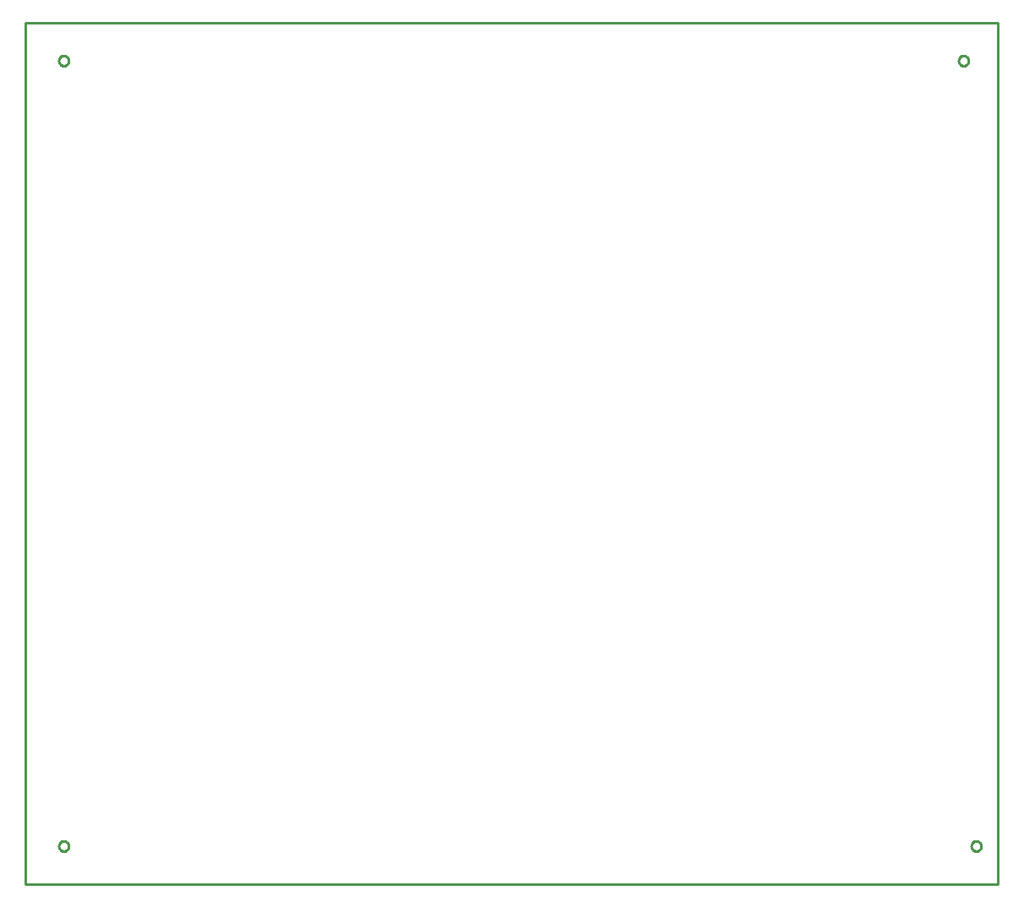
<source format=gbr>
G04 EAGLE Gerber RS-274X export*
G75*
%MOMM*%
%FSLAX34Y34*%
%LPD*%
%IN*%
%IPPOS*%
%AMOC8*
5,1,8,0,0,1.08239X$1,22.5*%
G01*
%ADD10C,0.254000*%


D10*
X-50800Y12700D02*
X923800Y12700D01*
X923800Y876200D01*
X-50800Y876200D01*
X-50800Y12700D01*
X-7700Y837919D02*
X-7763Y837361D01*
X-7888Y836814D01*
X-8073Y836284D01*
X-8317Y835778D01*
X-8616Y835302D01*
X-8966Y834863D01*
X-9363Y834466D01*
X-9802Y834116D01*
X-10278Y833817D01*
X-10784Y833573D01*
X-11314Y833388D01*
X-11861Y833263D01*
X-12419Y833200D01*
X-12981Y833200D01*
X-13539Y833263D01*
X-14086Y833388D01*
X-14616Y833573D01*
X-15122Y833817D01*
X-15598Y834116D01*
X-16037Y834466D01*
X-16434Y834863D01*
X-16784Y835302D01*
X-17083Y835778D01*
X-17327Y836284D01*
X-17512Y836814D01*
X-17637Y837361D01*
X-17700Y837919D01*
X-17700Y838481D01*
X-17637Y839039D01*
X-17512Y839586D01*
X-17327Y840116D01*
X-17083Y840622D01*
X-16784Y841098D01*
X-16434Y841537D01*
X-16037Y841934D01*
X-15598Y842284D01*
X-15122Y842583D01*
X-14616Y842827D01*
X-14086Y843012D01*
X-13539Y843137D01*
X-12981Y843200D01*
X-12419Y843200D01*
X-11861Y843137D01*
X-11314Y843012D01*
X-10784Y842827D01*
X-10278Y842583D01*
X-9802Y842284D01*
X-9363Y841934D01*
X-8966Y841537D01*
X-8616Y841098D01*
X-8317Y840622D01*
X-8073Y840116D01*
X-7888Y839586D01*
X-7763Y839039D01*
X-7700Y838481D01*
X-7700Y837919D01*
X-7700Y50519D02*
X-7763Y49961D01*
X-7888Y49414D01*
X-8073Y48884D01*
X-8317Y48378D01*
X-8616Y47902D01*
X-8966Y47463D01*
X-9363Y47066D01*
X-9802Y46716D01*
X-10278Y46417D01*
X-10784Y46173D01*
X-11314Y45988D01*
X-11861Y45863D01*
X-12419Y45800D01*
X-12981Y45800D01*
X-13539Y45863D01*
X-14086Y45988D01*
X-14616Y46173D01*
X-15122Y46417D01*
X-15598Y46716D01*
X-16037Y47066D01*
X-16434Y47463D01*
X-16784Y47902D01*
X-17083Y48378D01*
X-17327Y48884D01*
X-17512Y49414D01*
X-17637Y49961D01*
X-17700Y50519D01*
X-17700Y51081D01*
X-17637Y51639D01*
X-17512Y52186D01*
X-17327Y52716D01*
X-17083Y53222D01*
X-16784Y53698D01*
X-16434Y54137D01*
X-16037Y54534D01*
X-15598Y54884D01*
X-15122Y55183D01*
X-14616Y55427D01*
X-14086Y55612D01*
X-13539Y55737D01*
X-12981Y55800D01*
X-12419Y55800D01*
X-11861Y55737D01*
X-11314Y55612D01*
X-10784Y55427D01*
X-10278Y55183D01*
X-9802Y54884D01*
X-9363Y54534D01*
X-8966Y54137D01*
X-8616Y53698D01*
X-8317Y53222D01*
X-8073Y52716D01*
X-7888Y52186D01*
X-7763Y51639D01*
X-7700Y51081D01*
X-7700Y50519D01*
X906700Y50519D02*
X906637Y49961D01*
X906512Y49414D01*
X906327Y48884D01*
X906083Y48378D01*
X905784Y47902D01*
X905434Y47463D01*
X905037Y47066D01*
X904598Y46716D01*
X904122Y46417D01*
X903616Y46173D01*
X903086Y45988D01*
X902539Y45863D01*
X901981Y45800D01*
X901419Y45800D01*
X900861Y45863D01*
X900314Y45988D01*
X899784Y46173D01*
X899278Y46417D01*
X898802Y46716D01*
X898363Y47066D01*
X897966Y47463D01*
X897616Y47902D01*
X897317Y48378D01*
X897073Y48884D01*
X896888Y49414D01*
X896763Y49961D01*
X896700Y50519D01*
X896700Y51081D01*
X896763Y51639D01*
X896888Y52186D01*
X897073Y52716D01*
X897317Y53222D01*
X897616Y53698D01*
X897966Y54137D01*
X898363Y54534D01*
X898802Y54884D01*
X899278Y55183D01*
X899784Y55427D01*
X900314Y55612D01*
X900861Y55737D01*
X901419Y55800D01*
X901981Y55800D01*
X902539Y55737D01*
X903086Y55612D01*
X903616Y55427D01*
X904122Y55183D01*
X904598Y54884D01*
X905037Y54534D01*
X905434Y54137D01*
X905784Y53698D01*
X906083Y53222D01*
X906327Y52716D01*
X906512Y52186D01*
X906637Y51639D01*
X906700Y51081D01*
X906700Y50519D01*
X894000Y837919D02*
X893937Y837361D01*
X893812Y836814D01*
X893627Y836284D01*
X893383Y835778D01*
X893084Y835302D01*
X892734Y834863D01*
X892337Y834466D01*
X891898Y834116D01*
X891422Y833817D01*
X890916Y833573D01*
X890386Y833388D01*
X889839Y833263D01*
X889281Y833200D01*
X888719Y833200D01*
X888161Y833263D01*
X887614Y833388D01*
X887084Y833573D01*
X886578Y833817D01*
X886102Y834116D01*
X885663Y834466D01*
X885266Y834863D01*
X884916Y835302D01*
X884617Y835778D01*
X884373Y836284D01*
X884188Y836814D01*
X884063Y837361D01*
X884000Y837919D01*
X884000Y838481D01*
X884063Y839039D01*
X884188Y839586D01*
X884373Y840116D01*
X884617Y840622D01*
X884916Y841098D01*
X885266Y841537D01*
X885663Y841934D01*
X886102Y842284D01*
X886578Y842583D01*
X887084Y842827D01*
X887614Y843012D01*
X888161Y843137D01*
X888719Y843200D01*
X889281Y843200D01*
X889839Y843137D01*
X890386Y843012D01*
X890916Y842827D01*
X891422Y842583D01*
X891898Y842284D01*
X892337Y841934D01*
X892734Y841537D01*
X893084Y841098D01*
X893383Y840622D01*
X893627Y840116D01*
X893812Y839586D01*
X893937Y839039D01*
X894000Y838481D01*
X894000Y837919D01*
M02*

</source>
